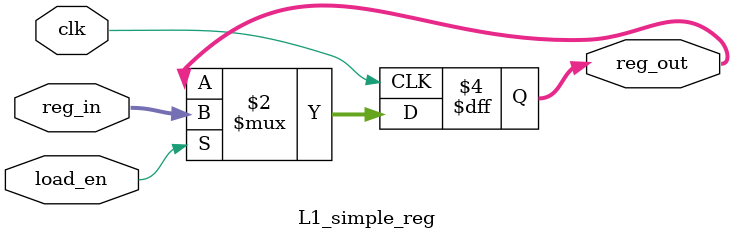
<source format=v>
module L1_simple_reg(input [15:0] reg_in,
					 input load_en,
					 input clk,
					 output reg [15:0] reg_out);


    always@(posedge clk)
    begin
        if(load_en)
			reg_out <= reg_in;
    end
	
endmodule
</source>
